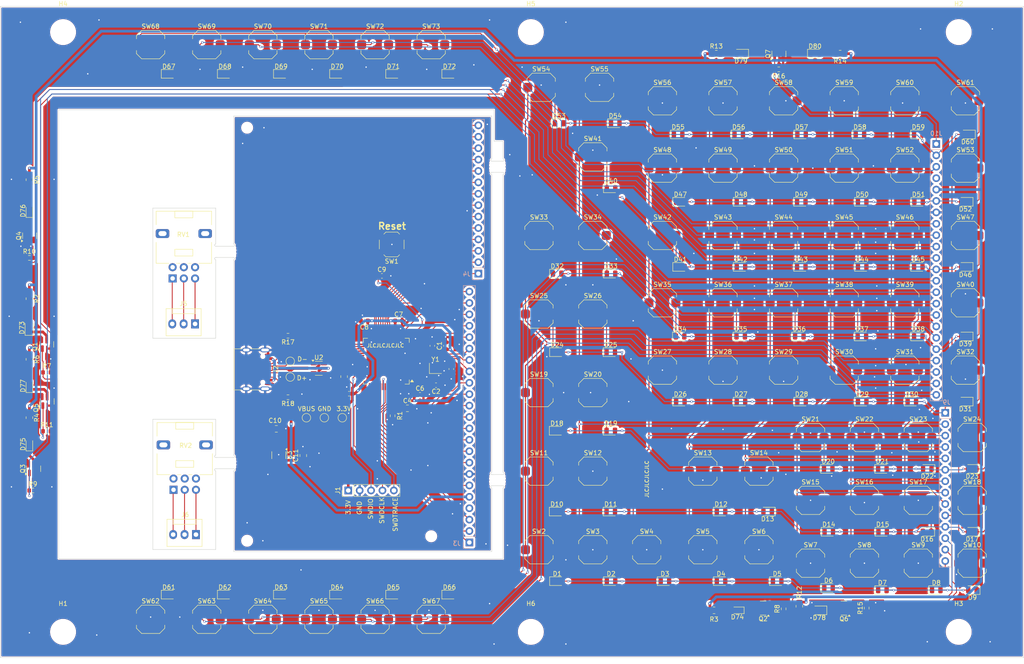
<source format=kicad_pcb>
(kicad_pcb
	(version 20240108)
	(generator "pcbnew")
	(generator_version "8.0")
	(general
		(thickness 1.6)
		(legacy_teardrops no)
	)
	(paper "A4")
	(layers
		(0 "F.Cu" signal)
		(31 "B.Cu" signal)
		(34 "B.Paste" user)
		(35 "F.Paste" user)
		(36 "B.SilkS" user "B.Silkscreen")
		(37 "F.SilkS" user "F.Silkscreen")
		(38 "B.Mask" user)
		(39 "F.Mask" user)
		(44 "Edge.Cuts" user)
		(45 "Margin" user)
		(46 "B.CrtYd" user "B.Courtyard")
		(47 "F.CrtYd" user "F.Courtyard")
		(48 "B.Fab" user)
		(49 "F.Fab" user)
	)
	(setup
		(stackup
			(layer "F.SilkS"
				(type "Top Silk Screen")
				(color "White")
			)
			(layer "F.Paste"
				(type "Top Solder Paste")
			)
			(layer "F.Mask"
				(type "Top Solder Mask")
				(color "Black")
				(thickness 0.01)
			)
			(layer "F.Cu"
				(type "copper")
				(thickness 0.035)
			)
			(layer "dielectric 1"
				(type "core")
				(thickness 1.51)
				(material "FR4")
				(epsilon_r 4.5)
				(loss_tangent 0.02)
			)
			(layer "B.Cu"
				(type "copper")
				(thickness 0.035)
			)
			(layer "B.Mask"
				(type "Bottom Solder Mask")
				(color "Black")
				(thickness 0.01)
			)
			(layer "B.Paste"
				(type "Bottom Solder Paste")
			)
			(layer "B.SilkS"
				(type "Bottom Silk Screen")
				(color "White")
			)
			(copper_finish "None")
			(dielectric_constraints yes)
		)
		(pad_to_mask_clearance 0)
		(allow_soldermask_bridges_in_footprints no)
		(aux_axis_origin 30 162)
		(grid_origin 30 162)
		(pcbplotparams
			(layerselection 0x00010fc_ffffffff)
			(plot_on_all_layers_selection 0x0000000_00000000)
			(disableapertmacros no)
			(usegerberextensions no)
			(usegerberattributes yes)
			(usegerberadvancedattributes yes)
			(creategerberjobfile yes)
			(dashed_line_dash_ratio 12.000000)
			(dashed_line_gap_ratio 3.000000)
			(svgprecision 4)
			(plotframeref no)
			(viasonmask no)
			(mode 1)
			(useauxorigin no)
			(hpglpennumber 1)
			(hpglpenspeed 20)
			(hpglpendiameter 15.000000)
			(pdf_front_fp_property_popups yes)
			(pdf_back_fp_property_popups yes)
			(dxfpolygonmode yes)
			(dxfimperialunits yes)
			(dxfusepcbnewfont yes)
			(psnegative no)
			(psa4output no)
			(plotreference yes)
			(plotvalue yes)
			(plotfptext yes)
			(plotinvisibletext no)
			(sketchpadsonfab no)
			(subtractmaskfromsilk no)
			(outputformat 1)
			(mirror no)
			(drillshape 0)
			(scaleselection 1)
			(outputdirectory "manufacturing/")
		)
	)
	(net 0 "")
	(net 1 "GND")
	(net 2 "+3V3")
	(net 3 "/HSE_IN")
	(net 4 "/HSE_OUT")
	(net 5 "/NRST")
	(net 6 "VBUS")
	(net 7 "Net-(D1-K)")
	(net 8 "Net-(D2-K)")
	(net 9 "Net-(D3-K)")
	(net 10 "Net-(D4-K)")
	(net 11 "Net-(D5-K)")
	(net 12 "Net-(D6-K)")
	(net 13 "Net-(D7-K)")
	(net 14 "Net-(D8-K)")
	(net 15 "Net-(D9-K)")
	(net 16 "Net-(D10-K)")
	(net 17 "Net-(D11-K)")
	(net 18 "Net-(D12-K)")
	(net 19 "Net-(D13-K)")
	(net 20 "Net-(D14-K)")
	(net 21 "Net-(D15-K)")
	(net 22 "Net-(D16-K)")
	(net 23 "Net-(D17-K)")
	(net 24 "Net-(D18-K)")
	(net 25 "Net-(D19-K)")
	(net 26 "Net-(D20-K)")
	(net 27 "Net-(D21-K)")
	(net 28 "Net-(D22-K)")
	(net 29 "Net-(D23-K)")
	(net 30 "Net-(D24-K)")
	(net 31 "Net-(D25-K)")
	(net 32 "Net-(D26-K)")
	(net 33 "Net-(D27-K)")
	(net 34 "Net-(D28-K)")
	(net 35 "Net-(D29-K)")
	(net 36 "Net-(D30-K)")
	(net 37 "Net-(D31-K)")
	(net 38 "Net-(D32-K)")
	(net 39 "Net-(D33-K)")
	(net 40 "Net-(D34-K)")
	(net 41 "Net-(D35-K)")
	(net 42 "Net-(D36-K)")
	(net 43 "Net-(D37-K)")
	(net 44 "Net-(D38-K)")
	(net 45 "Net-(D39-K)")
	(net 46 "Net-(D40-K)")
	(net 47 "Net-(D41-K)")
	(net 48 "Net-(D42-K)")
	(net 49 "Net-(D43-K)")
	(net 50 "Net-(D44-K)")
	(net 51 "Net-(D45-K)")
	(net 52 "Net-(D46-K)")
	(net 53 "Net-(D47-K)")
	(net 54 "Net-(D48-K)")
	(net 55 "Net-(D49-K)")
	(net 56 "Net-(D50-K)")
	(net 57 "Net-(D51-K)")
	(net 58 "Net-(D52-K)")
	(net 59 "Net-(D53-K)")
	(net 60 "Net-(D54-K)")
	(net 61 "Net-(D55-K)")
	(net 62 "Net-(D56-K)")
	(net 63 "Net-(D57-K)")
	(net 64 "Net-(D58-K)")
	(net 65 "Net-(D59-K)")
	(net 66 "Net-(D60-K)")
	(net 67 "Net-(D61-K)")
	(net 68 "Net-(D62-K)")
	(net 69 "Net-(D63-K)")
	(net 70 "Net-(D64-K)")
	(net 71 "Net-(D65-K)")
	(net 72 "Net-(D66-K)")
	(net 73 "Net-(D67-K)")
	(net 74 "Net-(D68-K)")
	(net 75 "Net-(D69-K)")
	(net 76 "Net-(D70-K)")
	(net 77 "Net-(D71-K)")
	(net 78 "Net-(D72-K)")
	(net 79 "Net-(D73-K)")
	(net 80 "Net-(D73-A)")
	(net 81 "Net-(D74-A)")
	(net 82 "Net-(D74-K)")
	(net 83 "Net-(D75-K)")
	(net 84 "Net-(D75-A)")
	(net 85 "Net-(D76-K)")
	(net 86 "Net-(D76-A)")
	(net 87 "Net-(D77-K)")
	(net 88 "Net-(D77-A)")
	(net 89 "Net-(D78-A)")
	(net 90 "Net-(D78-K)")
	(net 91 "Net-(D79-A)")
	(net 92 "Net-(D79-K)")
	(net 93 "Net-(D80-A)")
	(net 94 "/SWD_CLK")
	(net 95 "/SWD_TRACE")
	(net 96 "/SWD_IO")
	(net 97 "/USB & Power/USB_D+")
	(net 98 "unconnected-(J2-SBU1-PadA8)")
	(net 99 "Net-(J2-CC1)")
	(net 100 "/USB & Power/USB_D-")
	(net 101 "Net-(J2-CC2)")
	(net 102 "unconnected-(J2-SBU2-PadB8)")
	(net 103 "/BOOT0")
	(net 104 "/USB_PROT_D+")
	(net 105 "/USB_PROT_D-")
	(net 106 "unconnected-(U1-PA6-Pad22)")
	(net 107 "unconnected-(U3-NC-Pad4)")
	(net 108 "/FM")
	(net 109 "/FAIL")
	(net 110 "/ROW9")
	(net 111 "/COL4")
	(net 112 "/ROW8")
	(net 113 "/COL1")
	(net 114 "/COL2")
	(net 115 "/COL3")
	(net 116 "/COL5")
	(net 117 "/COL6")
	(net 118 "/COL7")
	(net 119 "/COL8")
	(net 120 "/ROW2")
	(net 121 "/ROW6")
	(net 122 "/ROW5")
	(net 123 "/ROW1")
	(net 124 "/ROW4")
	(net 125 "/ROW3")
	(net 126 "/ROW7")
	(net 127 "/MENU")
	(net 128 "/Left_Col1")
	(net 129 "/Left_Col2")
	(net 130 "/Left_Row3")
	(net 131 "/Left_Row2")
	(net 132 "/Left_Row1")
	(net 133 "/IND")
	(net 134 "/RDY")
	(net 135 "/FM1")
	(net 136 "/FM2")
	(net 137 "/Right_Row1")
	(net 138 "/Right_Col1")
	(net 139 "/Right_Col2")
	(net 140 "/Right_Row2")
	(net 141 "/Right_Row3")
	(net 142 "/PB8_FM2")
	(net 143 "/PB9_RDY")
	(net 144 "/PC10_COL8")
	(net 145 "/PB13_ROW6")
	(net 146 "/PC6_COL2")
	(net 147 "/PC13_IND")
	(net 148 "Net-(J5-Pin_2)")
	(net 149 "Net-(J5-Pin_1)")
	(net 150 "Net-(J5-Pin_3)")
	(net 151 "Net-(J6-Pin_2)")
	(net 152 "Net-(J6-Pin_1)")
	(net 153 "Net-(J6-Pin_3)")
	(net 154 "unconnected-(J10-Pin_4-Pad4)")
	(net 155 "unconnected-(J3-Pin_4-Pad4)")
	(net 156 "/PC1_FM1")
	(net 157 "/PC2_Left_Col1")
	(net 158 "/PC3_Left_Col2")
	(net 159 "/PB6_Right_Col1")
	(net 160 "/PB7_COL6")
	(net 161 "/PB5_Right_Col2")
	(net 162 "/PB4_Right_Row3")
	(net 163 "/PD2_Right_Row2")
	(net 164 "/PC12_COL7")
	(net 165 "/PC11_Right_Row1")
	(net 166 "/PA15_MENU")
	(net 167 "/PA1_COL5")
	(net 168 "/PA2_Left_Row3")
	(net 169 "/PA3_Left_Row2")
	(net 170 "unconnected-(U1-PA0-Pad14)")
	(net 171 "/PA7_Left_Row1")
	(net 172 "unconnected-(U1-PA5-Pad21)")
	(net 173 "/PC4_ROW1")
	(net 174 "/PC5_COL4")
	(net 175 "/PB0_ROW2")
	(net 176 "/PB1_ROW3")
	(net 177 "/PB2_ROW4")
	(net 178 "/PB10_ROW5")
	(net 179 "/PB11_COL3")
	(net 180 "/PB12_ROW7")
	(net 181 "/PB14_ROW8")
	(net 182 "/PB15_ROW9")
	(net 183 "/PC7_ROW9")
	(net 184 "/PC8_FM")
	(net 185 "/PC9_FAIL")
	(net 186 "unconnected-(U1-PA10-Pad43)")
	(net 187 "unconnected-(U1-PA8-Pad41)")
	(net 188 "unconnected-(U1-PA9-Pad42)")
	(net 189 "unconnected-(U1-PA4-Pad20)")
	(net 190 "unconnected-(U1-PC0-Pad8)")
	(net 191 "unconnected-(U1-PC14-Pad3)")
	(net 192 "unconnected-(U1-PC15-Pad4)")
	(footprint "Diode_SMD:D_0805_2012Metric" (layer "F.Cu") (at 236.4375 134 180))
	(footprint "NiasStuff:SW_Push_1TS009xxxx-xxxx-xxxx_6x6x5mm" (layer "F.Cu") (at 191 38))
	(footprint "Diode_SMD:D_0805_2012Metric" (layer "F.Cu") (at 154 129.5))
	(footprint "NiasStuff:SW_Push_1TS009xxxx-xxxx-xxxx_6x6x5mm" (layer "F.Cu") (at 246.5 127))
	(footprint "Diode_SMD:D_0805_2012Metric" (layer "F.Cu") (at 245 90.5 180))
	(footprint "NiasStuff:SW_Push_1TS009xxxx-xxxx-xxxx_6x6x5mm" (layer "F.Cu") (at 245 68))
	(footprint "Package_TO_SOT_SMD:SOT-23-5" (layer "F.Cu") (at 92.05 116.9375 -90))
	(footprint "NiasStuff:SW_Push_1TS009xxxx-xxxx-xxxx_6x6x5mm" (layer "F.Cu") (at 101 25.5))
	(footprint "Diode_SMD:D_0805_2012Metric" (layer "F.Cu") (at 195 60.5))
	(footprint "xenua:MouseBite_NoJaggies_S" (layer "F.Cu") (at 82 71.65 90))
	(footprint "Diode_SMD:D_0805_2012Metric" (layer "F.Cu") (at 117.5625 32))
	(footprint "NiasStuff:SW_Push_1TS009xxxx-xxxx-xxxx_6x6x5mm" (layer "F.Cu") (at 113.5 153.5))
	(footprint "Diode_SMD:D_0805_2012Metric" (layer "F.Cu") (at 234.5625 60.5))
	(footprint "xenua:MouseBite_NoJaggies_S" (layer "F.Cu") (at 78 71.65 -90))
	(footprint "Diode_SMD:D_0805_2012Metric" (layer "F.Cu") (at 226.5625 134))
	(footprint "Diode_SMD:D_0805_2012Metric" (layer "F.Cu") (at 166 94))
	(footprint "NiasStuff:USB_C_Receptacle_G-Switch_GT-USB-7010ASV" (layer "F.Cu") (at 85.875 97.83 -90))
	(footprint "Diode_SMD:D_0805_2012Metric" (layer "F.Cu") (at 80.0625 148))
	(footprint "NiasStuff:SW_Push_1TS009xxxx-xxxx-xxxx_6x6x5mm" (layer "F.Cu") (at 234.5 127))
	(footprint "Diode_SMD:D_0805_2012Metric" (layer "F.Cu") (at 208 90.5))
	(footprint "NiasStuff:SW_Push_1TS009xxxx-xxxx-xxxx_6x6x5mm" (layer "F.Cu") (at 150 120.5))
	(footprint "Capacitor_SMD:C_0805_2012Metric" (layer "F.Cu") (at 120.7 106.5))
	(footprint "Diode_SMD:D_0805_2012Metric" (layer "F.Cu") (at 190.5625 129.5))
	(footprint "Diode_SMD:D_0805_2012Metric" (layer "F.Cu") (at 105.0625 32))
	(footprint "Capacitor_SMD:C_0603_1608Metric" (layer "F.Cu") (at 130.475 97.75 -90))
	(footprint "Diode_SMD:D_0805_2012Metric" (layer "F.Cu") (at 117.5625 148))
	(footprint "Diode_SMD:D_0805_2012Metric" (layer "F.Cu") (at 195 75))
	(footprint "Capacitor_SMD:C_0603_1608Metric" (layer "F.Cu") (at 115.025 77))
	(footprint "NiasStuff:SW_Push_1TS009xxxx-xxxx-xxxx_6x6x5mm"
		(locked yes)
		(layer "F.Cu")
		(uuid "24883bdf-8aa7-464c-b2ec-de1440dd04a9")
		(at 245 53)
		(descr "tactile push button, 6x6mm, height=5mm, 12V 50mA, https://datasheet.lcsc.com/lcsc/1811151231_HYP--Hongyuan-Precision-1TS009A-1800-5000-CT_C319409.pdf")
		(tags "tact sw push 6mm silicone rubber")
		(property "Reference" "SW53"
			(at 0 -4.064 0)
			(layer "F.SilkS")
			(uuid "1dfdaa96-a0e2-4148-a58e-5f78fb308f98")
			(effects
				(font
					(size 1 1)
					(thickness 0.15)
				)
			)
		)
		(property "Value" "SW_Push"
			(at 0 3.81 0)
			(layer "F.Fab")
			(uuid "d5752678-87eb-49a9-90dd-2f3c93a5f8e5")
			(effects
				(font
					(size 1 1)
					(thickness 0.15)
				)
			)
		)
		(property "Footprint" "NiasStuff:SW_Push_1TS009xxxx-xxxx-xxxx_6x6x5mm"
			(at 0 0 0)
			(unlocked yes)
			(layer "F.Fab")
			(hide yes)
			(uuid "f2a41595-8172-4843-a76f-d0f14b3a8585")
			(effects
				(font
					(size 1.27 1.27)
				)
			)
		)
		(property "Datasheet" "https://www.lcsc.com/datasheet/lcsc_datasheet_1811151231_HYP--Hongyuan-Precision-1TS009A-1800-5000-CT_C319409.pdf"
			(at 0 0 0)
			(unlocked yes)
			(layer "F.Fab")
			(hide yes)
			(uuid "da963a1c-d006-4d2f-abec-fdfbb61dabb7")
			(effects
				(font
					(size 1.27 1.27)
				)
			)
		)
		(property "Description" ""
			(at 0 0 0)
			(unlocked yes)
			(layer "F.Fab")
			(hide yes)
			(uuid "42a31a34-8e7e-41da-bf34-5fc4ca03e0e9")
			(effects
				(font
					(size 1.27 1.27)
				)
			)
		)
		(property "JLCPCB Part" "C319409"
			(at 0 0 0)
			(unlocked yes)
			(layer "F.Fab")
			(hide yes)
			(uuid "bd3e4d31-de86-45a7-8d03-f402016c646b")
			(effects
				(font
					(size 1 1)
					(thickness 0.15)
				)
			)
		)
		(property "Manufracturer" "HYP (Hongyuan Precision)"
			(at 0 0 0)
			(unlocked yes)
			(layer "F.Fab")
			(hide yes)
			(uuid "4ccd2e82-4302-4548-8ce1-10a7ba71ffd6")
			(effects
				(font
					(size 1 1)
					(thickness 0.15)
				)
			)
		)
		(property "Manufracturer Part Number" "1TS009A-1800-5000-CT"
			(at 0 0 0)
			(unlocked yes)
			(layer "F.Fab")
			(hide yes)
			(uuid "aa64d9ab-6f22-4c9c-b7cc-db56a34a5c52")
			(effects
				(font
					(size 1 1)
					(thickness 0.15)
				)
			)
		)
		(path "/3aefed4a-95d2-4785-b6ed-88d00afef564/b4a8e98e-dd53-47d7-b606-737c5bacde21")
		(sheetname "Buttons")
		(sheetfile "buttons.kicad_sch")
		(attr smd)
		(fp_line
			(start -3.15 -1.981)
			(end -2 -3.15)
			(stroke
				(width 0.12)
				(type default)
			)
			(layer "F.SilkS")
			(uuid "24c1a0db-bfee-456e-9dd8-33e9c0c716a3")
		)
		(fp_line
			(start -3.15 -1.3)
			(end -3.15 -1.981)
			(stroke
				(width 0.12)
				(type default)
			)
			(layer "F.SilkS")
			(uuid "800b161b-923b-46ef-945a-ff48ab4f3e87")
		)
		(fp_line
			(start -3.15 1.3)
			(end -3.15 2)
			(stroke
				(width 0.12)
				(type default)
			)
			(layer "F.SilkS")
			(uuid "c9820f45-95d3-45d1-ade8-4412f3b0110d")
		)
		(fp_line
			(start -3.15 2)
			(end -2 3.15)
			(stroke
				(width 0.12)
				(type default)
			)
			(layer "F.SilkS")
			(uuid "ab315f47-30f9-4564-b82d-b95635a5dcf8")
		)
		(fp_line
			(start -2 -3.15)
			(end 2 -3.15)
			(stroke
				(width 0.12)
				(type default)
			)
			(layer "F.SilkS")
			(uuid "5d12a58a-9c0c-463a-95b7-ff3d31b97878")
		)
		(fp_line
			(start -2 3.15)
			(end 2 3.15)
			(stroke
				(width 0.12)
				(type default)
			)
			(layer "F.SilkS")
			(uuid "bfe50007-838b-4383-ac75-96237bf954fa")
		)
		(fp_line
			(start 2 -3.15)
			(end 3.15 -2)
			(stroke
				(width 0.12)
				(type default)
			)
			(layer "F.SilkS")
			(uuid "73684294-0a3a-44d6-8b2a-f060225e1b13")
		)
		(fp_line
			(start 2 3.15)
			(end 3.15 2)
			(stroke
				(width 0.12)
				(type default)
			)
			(layer "F.SilkS")
			(uuid "79b419c1-c4f6-484e-a1e0-a7a9097443a7")
		)
		(fp_line
			(start 3.15 -2)
			(end 3.15 -1.3)
			(stroke
				(width 0.12)
				(type default)
			)
			(layer "F.SilkS")
			(uuid "f2d67fba-4baf-4dba-9774-f6d847c72247")
		)
		(fp_line
			(start 3.15 2)
			(end 3.15 1.3)
			(stroke
				(width 0.12)
				(type default)
			)
			(layer "F.SilkS")
			(uuid "59833128-cd1b-40d8-8a0b-55b9dcad1262")
		)
		(fp_line
			(start -4.25 -1.25)
			(end -4.25 1.25)
			(stroke
				(width 0.05)
				(type default)
			)
			(layer "F.CrtYd")
			(uuid "3d55acf5-d5ee-483a-b2f9-b7aedcb3b2e2")
		)
		(fp_line
			(start -4.25 1.25)
			(end -3.25 1.25)
			(stroke
				(width 0.05)
				(type default)
			)
			(layer "F.CrtYd")
			(uuid "231a4ebc-28af-4b83-a1c1-38847a6ad195")
		)
		(fp_line
			(start -3.25 -2.05)
			(end -3.25 -1.25)
			(stroke
				(width 0.05)
				(type default)
			)
			(layer "F.CrtYd")
			(uuid "57ce41d7-01b5-477f-95f2-7fdfdf26c43c")
		)
		(fp_line
			(start -3.25 -1.25)
			(end -4.25 -1.25)
			(stroke
				(width 0.05)
				(type default)
			)
			(layer "F.CrtYd")
			(uuid "cddbc124-9ae8-441f-9cd1-908add665a6e")
		)
		(fp_line
			(start -3.25 1.25)
			(end -3.25 2.05)
			(stroke
				(width 0.05)
				(type default)
			)
			(layer "F.CrtYd")
			(uuid "07077bd9-e77e-42f5-850d-5238dde87529")
		)
		(fp_line
			(start -3.25 2.05)
			(end -2.05 3.25)
			(stroke
				(width 0.05)
				(type default)
			)
			(layer "F.CrtYd")
			(uuid "232a0285-c862-46cd-97e2-9514e192f36f")
		)
		(fp_line
			(start -2.05 -3.25)
			(end -3.25 -2.05)
			(stroke
				(width 0.05)
				(type default)
			)
			(layer "F.CrtYd")
			(uuid "0794730f-ff5e-4b0e-8e2d-5e984115f023")
		)
		(fp_line
			(start -2.05 3.25)
			(end 2.05 3.25)
			(stroke
				(width 0.05)
				(type default)
			)
			(layer "F.CrtYd")
			(uuid "1e68f988-e85c-4b94-bc46-bfc2c09195ce")
		)
		(fp_line
			(start 2.05 -3.25)
			(end -2.05 -3.25)
			(stroke
				(width 0.05)
				(type default)
			)
			(layer "F.CrtYd")
			(uuid "75deea4c-2aeb-497b-a988-d0ccc3faacc2")
		)
		(fp_line
			(start 2.05 3.25)
			(end 3.25 2.05)
			(stroke
				(width 0.05)
				(type default)
			)
			(layer "F.CrtYd")
			(uuid "fe31f469-0f2d-4b12-91ef-9a7913909d41")
		)
		(fp_line
			(start 3.25 -2.05)
			(end 2.05 -3.25)
			(stroke
				(width 0.05)
				(type default)
			)
			(layer "F.CrtYd")
			(uuid "932a6b39-88e5-4f25-ab06-02368458669c")
		)
		(fp_line
			(start 3.25 -1.25)
			(end 3.25 -2.05)
			(stroke
				(width 0.05)
				(type default)
			)
			(layer "F.CrtYd")
			(uuid "1da879f8-1172-4625-80a8-93d52e5aa777")
		)
		(fp_line
			(start 3.25 1.25)
			(end 4.25 1.25)
			(stroke
				(width 0.05)
				(type default)
			)
			(layer "F.CrtYd")
			(uuid "c04fa92a-9ee0-496b-bd43-f3ebc7fadd39")
		)
		(fp_line
			(start 3.25 2.05)
			(end 3.25 1.25)
			(stroke
				(width 0.05)
				(type default)
			)
			(layer "F.CrtYd")
			(uuid "9645d206-2e0d-4fb8-b9b4-9c9b26dbfd0d")
		)
		(fp_line
			(start 4.25 -1.25)
			(end 3.25 -1.25)
			(stroke
				(width 0.05)
				(type default)
			)
			(layer "F.CrtYd")
			(uuid "2e4dde19-fd50-466a-be63-584274a01ba1")
		)
		(fp_line
			(start 4.25 1.25)
			(end 4.25 -1.25)
			(stroke
				(width 0.05)
				(type default)
			)
			(layer "F.CrtYd")
			(uuid "795cdecb-0a0c-454f-848e-4bbe4bdcfafd")
		)
		(fp_line
			(start -3 -2)
			(end -2 -3)
			(stroke
				(width 0.1)
				(type default)
			)
			(layer "F.Fab")
			(uuid "a3836f0d-bc7a-43b8-9390-a4e20c20f4bc")
		)
		(fp_line
			(start -3 2)
			(end -3 -2)
			(stroke
				(width 0.1)
				(type default)
			)
			(layer "F.Fab")
			(uuid "d956a643-d3a2-4722-b3da-f51ebb4111d4")
		)
		(fp_line
			(start -2 -3)
			(end 2 -3)
			(stroke
				(width 0.1)
				(type default)
			)
			(layer "F.Fab")
			(uuid "acf10277-efcf-4eb6-8e86-f43c9cb08d79")
		)
		(fp_line
			(start -2 3)
			(end -3 2)
			(stroke
				(width 0.1)
				(type default)
			)
			(layer "F.Fab")
			(uuid "dae3b780-3781-44a2-9357-c045899568bc")
		)
		(fp_line
			(start 2 -3)
			(end 3 -2)
			(stroke
				(width 0.1)
				(type default)
			)
			(layer "F.Fab")
			(uuid "f63dce6d-f7fa-4497-b1a5-a9d1d1d7437b")
		)
		(fp_line
			(start 2 3)
			(end -2 3)
			(stroke
				(width 0.1)
				(type default)
			)
			(layer "F.Fab")
			(uuid "2ceff207-cb22-4cf0-8fe4-fd1149131878")
		)
		(fp_line
			(start 3 -2)
			(end 3 2)
			(stroke
				(width 0.1)
				(type default)
			)
			(layer "F.Fab")
			(uuid "7e588fe4-08c6-4472-b89f-df91816914fe")
		)
		(fp_line
			(start 3 2)
			(end 2 3)
			(stroke
				(width 0.1)
				(type default)
			)
			(layer "F.Fab")
			(uuid "491808e3-24cb-487d-8a4f-83c86a5b6c8f")
		)
		(fp_text user "${REFERENCE}"
			(at 0.254 0 0)
			(layer "F.Fab")
			(uuid "29747a82-970e-4a8c-94cf-198de96558c0")
			(effects
				(font
					(size 1 1)
					(thickness 0.15)
				)
			)
		)
		(pad "1" smd roundrect
			(at -3 0)
			(size 2 2)
			(layers "F.Cu" "F.Paste" "F.Mask")
			(roundrect_rratio 0.25)
			(net 112 "/ROW8")
			(pinfunction "1")
			(pintype "passive")
			(thermal_bridge_angle 45)
			(uuid "64204f86-5b2f-42a4-9d10-2a5d47683ed3")
		)
		(pad "2" smd roundrect
			(at 3 0)
			(size 2 2)
			(layers "F.Cu" "F.Paste" "F.Mask")
			(roundrect_rratio 0.25)
			(net 58 "Net-(D52-K)")
			(pinfunction "2")
			(pintype "passive")
			(thermal_bridge_angle 45)
			(uuid "19534013-04d8-42e0-ba3e-19451a8581db")
		)
		(model "${KICAD8_3DMODEL_DIR}/Button_Switch_SMD.3dshapes/SW_Push_1TS009xxxx-xxxx-xxxx_6x6x5mm.wrl"
			(offset
				(xyz 0 0 0)
			)
			(scale
				(xyz 1 1 
... [2668289 chars truncated]
</source>
